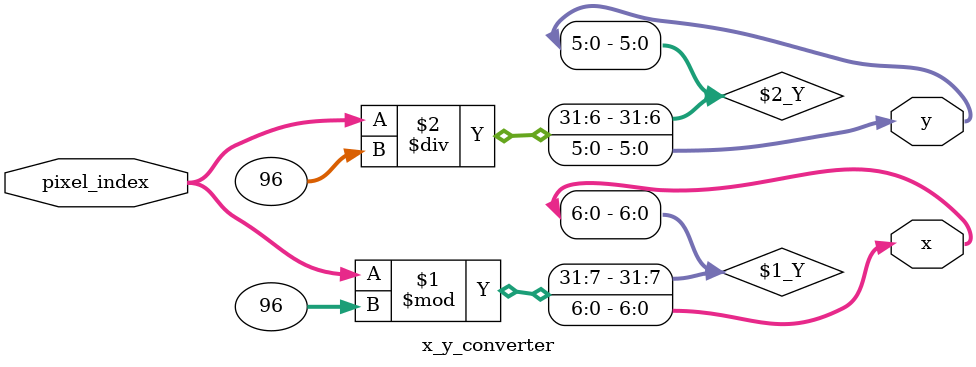
<source format=v>
`timescale 1ns / 1ps


module x_y_converter(
    input [12:0] pixel_index,
    output [6:0] x,
    output [5:0] y
    );
    
    assign x = pixel_index % 96;
    assign y = pixel_index / 96;
endmodule

</source>
